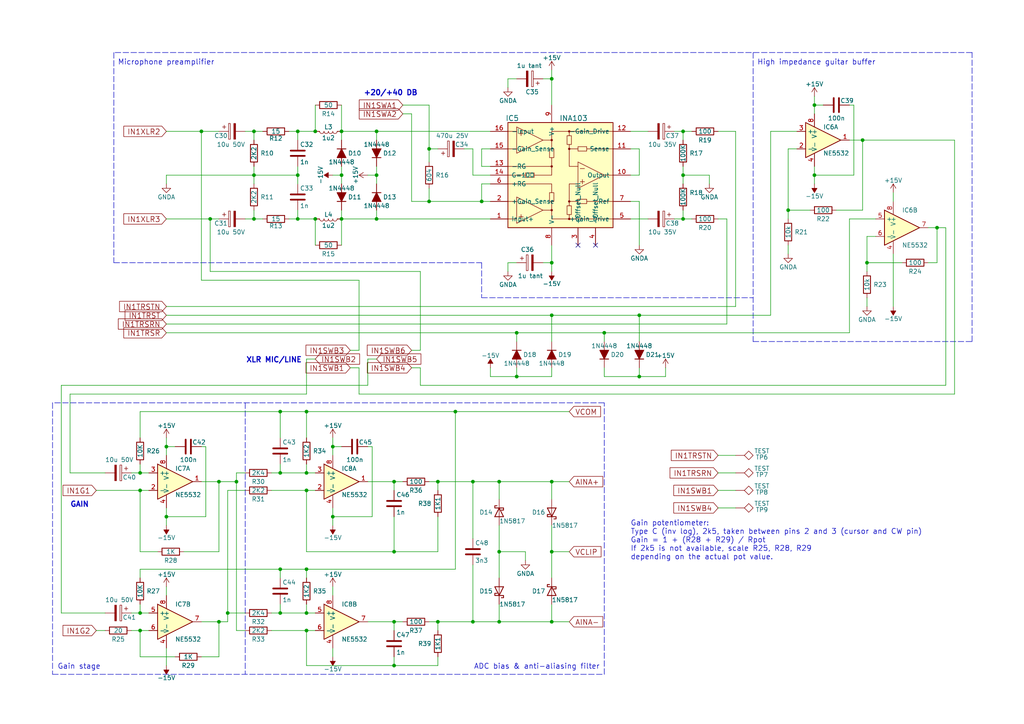
<source format=kicad_sch>
(kicad_sch (version 20211123) (generator eeschema)
  (paper "A4")
  (title_block (title "Pédale Vite v2 — Audio interface") (date "2019-10-28") (company "Laurent DE SORAS"))
  (lib_symbols
    (symbol "Device:C" (pin_numbers hide) (pin_names (offset 0.254))
      (property "Reference" "C" (at 0.635 2.54 0))
      (property "Value" "C" (at 0.635 -2.54 0))
      (symbol "C_1_1"
        (pin passive line (at 0 3.81 270) (length 2.794) (name "~") (number "1"))
        (pin passive line (at 0 -3.81 90) (length 2.794) (name "~") (number "2"))
      )
    )
    (symbol "Device:CP" (pin_numbers hide) (pin_names (offset 0.254))
      (property "Reference" "C" (at 0.635 2.54 0))
      (property "Value" "Device_CP" (at 0.635 -2.54 0))
      (symbol "CP_1_1"
        (pin passive line (at 0 3.81 270) (length 2.794) (name "~") (number "1"))
        (pin passive line (at 0 -3.81 90) (length 2.794) (name "~") (number "2"))
      )
    )
    (symbol "Device:D_ALT" (pin_numbers hide) (pin_names (offset 1.016) hide)
      (property "Reference" "D" (at 0 2.54 0))
      (property "Value" "Device_D_ALT" (at 0 -2.54 0))
      (symbol "D_ALT_1_1"
        (pin passive line (at -3.81 0 0) (length 2.54) (name "K") (number "1"))
        (pin passive line (at 3.81 0 180) (length 2.54) (name "A") (number "2"))
      )
    )
    (symbol "Device:D_Schottky" (pin_numbers hide) (pin_names (offset 1.016) hide)
      (property "Reference" "D" (at 0 2.54 0))
      (property "Value" "D_Schottky" (at 0 -2.54 0))
      (symbol "D_Schottky_1_1"
        (pin passive line (at -3.81 0 0) (length 2.54) (name "K") (number "1"))
        (pin passive line (at 3.81 0 180) (length 2.54) (name "A") (number "2"))
      )
    )
    (symbol "Device:L" (pin_numbers hide) (pin_names (offset 1.016) hide)
      (property "Reference" "L" (at -1.27 0 90))
      (property "Value" "L" (at 1.905 0 90))
      (symbol "L_1_1"
        (pin passive line (at 0 3.81 270) (length 1.27) (name "1") (number "1"))
        (pin passive line (at 0 -3.81 90) (length 1.27) (name "2") (number "2"))
      )
    )
    (symbol "Device:R" (pin_numbers hide) (pin_names (offset 0))
      (property "Reference" "R" (at 2.032 0 90))
      (property "Value" "R" (at 0 0 90))
      (symbol "R_1_1"
        (pin passive line (at 0 3.81 270) (length 1.27) (name "~") (number "1"))
        (pin passive line (at 0 -3.81 90) (length 1.27) (name "~") (number "2"))
      )
    )
    (symbol "audio-board-rescue:TEST" (pin_numbers hide) (pin_names (offset 1.016) hide)
      (property "Reference" "TP" (at 0 7.62 0))
      (property "Value" "TEST" (at 0 6.35 0))
      (symbol "TEST_1_1"
        (pin passive line (at 0 0 90) (length 2.54) (name "~") (number "1"))
      )
    )
    (symbol "linear:NE5532"
      (property "Reference" "U" (at 0 5.08 0))
      (property "Value" "linear_NE5532" (at 0 -5.08 0))
      (symbol "NE5532_0_1"
        (pin power_in line (at -2.54 -7.62 90) (length 3.81) (name "V-") (number "4"))
        (pin power_in line (at -2.54 7.62 270) (length 3.81) (name "V+") (number "8"))
      )
      (symbol "NE5532_1_1"
        (pin output line (at 7.62 0 180) (length 2.54) (name "~") (number "1"))
        (pin input line (at -7.62 -2.54 0) (length 2.54) (name "-") (number "2"))
        (pin input line (at -7.62 2.54 0) (length 2.54) (name "+") (number "3"))
      )
      (symbol "NE5532_2_1"
        (pin input line (at -7.62 2.54 0) (length 2.54) (name "+") (number "5"))
        (pin input line (at -7.62 -2.54 0) (length 2.54) (name "-") (number "6"))
        (pin output line (at 7.62 0 180) (length 2.54) (name "~") (number "7"))
      )
    )
    (symbol "pedalevite:INA103" (pin_names (offset 1.016))
      (property "Reference" "IC" (at -13.97 16.51 0))
      (property "Value" "INA103" (at 3.81 16.51 0))
      (symbol "INA103_1_1"
        (pin input line (at -20.32 -12.7 0) (length 5.08) (name "Input+") (number "1"))
        (pin output line (at 20.32 0 180) (length 5.08) (name "Output") (number "10"))
        (pin input line (at 20.32 7.62 180) (length 5.08) (name "Sense") (number "11"))
        (pin output line (at 20.32 12.7 180) (length 5.08) (name "-Gain_Drive") (number "12"))
        (pin bidirectional line (at -20.32 2.54 0) (length 5.08) (name "-RG") (number "13"))
        (pin bidirectional line (at -20.32 0 0) (length 5.08) (name "G=100") (number "14"))
        (pin input line (at -20.32 7.62 0) (length 5.08) (name "-Gain_Sense") (number "15"))
        (pin input line (at -20.32 12.7 0) (length 5.08) (name "-Input") (number "16"))
        (pin input line (at -20.32 -7.62 0) (length 5.08) (name "+Gain_Sense") (number "2"))
        (pin input line (at 5.08 -20.32 90) (length 5.08) (name "+Offset_Null") (number "3"))
        (pin input line (at 10.16 -20.32 90) (length 5.08) (name "-Offset_Null") (number "4"))
        (pin output line (at 20.32 -12.7 180) (length 5.08) (name "+Gain_Drive") (number "5"))
        (pin bidirectional line (at -20.32 -2.54 0) (length 5.08) (name "+RG") (number "6"))
        (pin input line (at 20.32 -7.62 180) (length 5.08) (name "Ref") (number "7"))
        (pin power_in line (at -2.54 -20.32 90) (length 5.08) (name "V-") (number "8"))
        (pin power_in line (at -2.54 20.32 270) (length 5.08) (name "V+") (number "9"))
      )
    )
    (symbol "power:+15V" (power) (pin_names (offset 0))
      (property "Value" "+15V" (at 0 3.556 0))
      (symbol "+15V_1_1"
        (pin power_in line (at 0 0 90) (length 0) hide (name "+15V") (number "1"))
      )
    )
    (symbol "power:-15V" (power) (pin_names (offset 0))
      (property "Value" "-15V" (at 0 3.81 0))
      (symbol "-15V_0_0"
        (pin power_in line (at 0 0 90) (length 0) hide (name "-15V") (number "1"))
      )
    )
    (symbol "power:GNDA" (power) (pin_names (offset 0))
      (property "Value" "GNDA" (at 0 -3.81 0))
      (symbol "GNDA_1_1"
        (pin power_in line (at 0 0 270) (length 0) hide (name "GNDA") (number "1"))
      )
    )
  )
  (junction (at 236.22 30.48))
  (junction (at 91.44 38.1))
  (junction (at 271.78 66.04))
  (junction (at 114.3 193.04))
  (junction (at 40.64 137.16))
  (junction (at 88.9 137.16))
  (junction (at 251.46 76.2))
  (junction (at 86.36 63.5))
  (junction (at 99.06 50.8))
  (junction (at 81.28 177.8))
  (junction (at 96.52 149.86))
  (junction (at 86.36 50.8))
  (junction (at 185.42 91.44))
  (junction (at 81.28 165.1))
  (junction (at 60.96 63.5))
  (junction (at 132.08 119.38))
  (junction (at 114.3 160.02))
  (junction (at 124.46 43.18))
  (junction (at 198.12 63.5))
  (junction (at 86.36 38.1))
  (junction (at 58.42 38.1))
  (junction (at 96.52 129.54))
  (junction (at 73.66 38.1))
  (junction (at 250.19 40.64))
  (junction (at 114.3 139.7))
  (junction (at 149.86 96.52))
  (junction (at 68.58 139.7))
  (junction (at 109.22 50.8))
  (junction (at 63.5 180.34))
  (junction (at 236.22 50.8))
  (junction (at 99.06 63.5))
  (junction (at 124.46 58.42))
  (junction (at 198.12 50.8))
  (junction (at 81.28 119.38))
  (junction (at 88.9 182.88))
  (junction (at 73.66 63.5))
  (junction (at 139.7 58.42))
  (junction (at 160.02 91.44))
  (junction (at 109.22 63.5))
  (junction (at 127 139.7))
  (junction (at 137.16 139.7))
  (junction (at 88.9 142.24))
  (junction (at 160.02 180.34))
  (junction (at 160.02 22.86))
  (junction (at 48.26 149.86))
  (junction (at 81.28 137.16))
  (junction (at 40.64 142.24))
  (junction (at 114.3 180.34))
  (junction (at 144.78 139.7))
  (junction (at 198.12 38.1))
  (junction (at 88.9 177.8))
  (junction (at 160.02 160.02))
  (junction (at 48.26 129.54))
  (junction (at 137.16 180.34))
  (junction (at 63.5 139.7))
  (junction (at 144.78 180.34))
  (junction (at 127 180.34))
  (junction (at 40.64 177.8))
  (junction (at 149.86 109.22))
  (junction (at 160.02 139.7))
  (junction (at 228.6 60.96))
  (junction (at 88.9 119.38))
  (junction (at 91.44 63.5))
  (junction (at 144.78 160.02))
  (junction (at 109.22 38.1))
  (junction (at 99.06 38.1))
  (junction (at 160.02 76.2))
  (junction (at 185.42 109.22))
  (junction (at 175.26 96.52))
  (junction (at 73.66 50.8))
  (junction (at 66.04 177.8))
  (junction (at 40.64 182.88))
  (junction (at 88.9 165.1))
  (no_connect (at 172.72 71.12))
  (no_connect (at 167.64 71.12))
  (polyline (pts (xy 33.02 15.24) (xy 33.02 76.2)))
  (wire (pts (xy 73.66 38.1) (xy 76.2 38.1)))
  (polyline (pts (xy 281.94 99.06) (xy 281.94 15.24)))
  (wire (pts (xy 40.64 182.88) (xy 43.18 182.88)))
  (wire (pts (xy 66.04 177.8) (xy 66.04 180.34)))
  (wire (pts (xy 101.6 106.68) (xy 104.14 106.68)))
  (wire (pts (xy 144.78 160.02) (xy 152.4 160.02)))
  (wire (pts (xy 48.26 91.44) (xy 160.02 91.44)))
  (wire (pts (xy 119.38 33.02) (xy 116.84 33.02)))
  (wire (pts (xy 40.64 119.38) (xy 81.28 119.38)))
  (wire (pts (xy 276.86 40.64) (xy 276.86 114.3)))
  (wire (pts (xy 198.12 50.8) (xy 205.74 50.8)))
  (wire (pts (xy 104.14 101.6) (xy 101.6 101.6)))
  (wire (pts (xy 114.3 160.02) (xy 127 160.02)))
  (wire (pts (xy 250.19 60.96) (xy 250.19 40.64)))
  (wire (pts (xy 88.9 114.3) (xy 20.32 114.3)))
  (wire (pts (xy 144.78 160.02) (xy 144.78 167.64)))
  (wire (pts (xy 106.68 180.34) (xy 114.3 180.34)))
  (wire (pts (xy 205.74 50.8) (xy 205.74 53.34)))
  (wire (pts (xy 88.9 177.8) (xy 91.44 177.8)))
  (wire (pts (xy 48.26 147.32) (xy 48.26 149.86)))
  (wire (pts (xy 99.06 38.1) (xy 109.22 38.1)))
  (wire (pts (xy 96.52 129.54) (xy 96.52 132.08)))
  (wire (pts (xy 109.22 48.26) (xy 109.22 50.8)))
  (wire (pts (xy 182.88 63.5) (xy 187.96 63.5)))
  (wire (pts (xy 88.9 182.88) (xy 88.9 193.04)))
  (wire (pts (xy 213.36 88.9) (xy 48.26 88.9)))
  (polyline (pts (xy 33.02 76.2) (xy 139.7 76.2)))
  (wire (pts (xy 99.06 63.5) (xy 109.22 63.5)))
  (wire (pts (xy 144.78 152.4) (xy 144.78 160.02)))
  (wire (pts (xy 48.26 63.5) (xy 60.96 63.5)))
  (wire (pts (xy 198.12 48.26) (xy 198.12 50.8)))
  (wire (pts (xy 86.36 38.1) (xy 91.44 38.1)))
  (wire (pts (xy 236.22 30.48) (xy 236.22 33.02)))
  (wire (pts (xy 121.92 78.74) (xy 121.92 101.6)))
  (wire (pts (xy 223.52 91.44) (xy 223.52 38.1)))
  (wire (pts (xy 58.42 129.54) (xy 59.69 129.54)))
  (wire (pts (xy 246.38 96.52) (xy 246.38 63.5)))
  (wire (pts (xy 198.12 40.64) (xy 198.12 38.1)))
  (wire (pts (xy 149.86 96.52) (xy 175.26 96.52)))
  (wire (pts (xy 50.8 129.54) (xy 48.26 129.54)))
  (wire (pts (xy 40.64 175.26) (xy 40.64 177.8)))
  (wire (pts (xy 160.02 160.02) (xy 160.02 167.64)))
  (wire (pts (xy 250.19 40.64) (xy 276.86 40.64)))
  (polyline (pts (xy 15.24 195.58) (xy 175.26 195.58)))
  (wire (pts (xy 160.02 22.86) (xy 160.02 30.48)))
  (wire (pts (xy 63.5 190.5) (xy 58.42 190.5)))
  (wire (pts (xy 88.9 104.14) (xy 88.9 114.3)))
  (wire (pts (xy 152.4 160.02) (xy 152.4 162.56)))
  (wire (pts (xy 228.6 43.18) (xy 228.6 60.96)))
  (wire (pts (xy 63.5 180.34) (xy 63.5 190.5)))
  (wire (pts (xy 251.46 76.2) (xy 251.46 78.74)))
  (wire (pts (xy 78.74 182.88) (xy 88.9 182.88)))
  (wire (pts (xy 144.78 180.34) (xy 160.02 180.34)))
  (wire (pts (xy 195.58 38.1) (xy 198.12 38.1)))
  (wire (pts (xy 116.84 30.48) (xy 124.46 30.48)))
  (wire (pts (xy 160.02 20.32) (xy 160.02 22.86)))
  (wire (pts (xy 137.16 50.8) (xy 137.16 43.18)))
  (wire (pts (xy 119.38 58.42) (xy 124.46 58.42)))
  (wire (pts (xy 193.04 109.22) (xy 193.04 106.68)))
  (wire (pts (xy 274.32 66.04) (xy 274.32 111.76)))
  (wire (pts (xy 160.02 99.06) (xy 160.02 91.44)))
  (wire (pts (xy 139.7 43.18) (xy 139.7 48.26)))
  (wire (pts (xy 109.22 50.8) (xy 109.22 53.34)))
  (wire (pts (xy 182.88 38.1) (xy 187.96 38.1)))
  (wire (pts (xy 114.3 193.04) (xy 114.3 190.5)))
  (wire (pts (xy 86.36 63.5) (xy 86.36 60.96)))
  (wire (pts (xy 50.8 190.5) (xy 40.64 190.5)))
  (wire (pts (xy 247.65 50.8) (xy 236.22 50.8)))
  (wire (pts (xy 247.65 30.48) (xy 247.65 50.8)))
  (wire (pts (xy 86.36 48.26) (xy 86.36 50.8)))
  (wire (pts (xy 106.68 139.7) (xy 114.3 139.7)))
  (wire (pts (xy 99.06 60.96) (xy 99.06 63.5)))
  (wire (pts (xy 208.28 63.5) (xy 210.82 63.5)))
  (wire (pts (xy 88.9 165.1) (xy 132.08 165.1)))
  (wire (pts (xy 83.82 38.1) (xy 86.36 38.1)))
  (wire (pts (xy 40.64 190.5) (xy 40.64 182.88)))
  (wire (pts (xy 58.42 81.28) (xy 104.14 81.28)))
  (wire (pts (xy 78.74 177.8) (xy 81.28 177.8)))
  (wire (pts (xy 88.9 142.24) (xy 91.44 142.24)))
  (wire (pts (xy 66.04 180.34) (xy 63.5 180.34)))
  (wire (pts (xy 81.28 119.38) (xy 88.9 119.38)))
  (wire (pts (xy 182.88 58.42) (xy 185.42 58.42)))
  (wire (pts (xy 147.32 22.86) (xy 147.32 25.4)))
  (wire (pts (xy 68.58 137.16) (xy 71.12 137.16)))
  (wire (pts (xy 246.38 30.48) (xy 247.65 30.48)))
  (wire (pts (xy 127 139.7) (xy 137.16 139.7)))
  (wire (pts (xy 124.46 30.48) (xy 124.46 43.18)))
  (wire (pts (xy 58.42 38.1) (xy 63.5 38.1)))
  (wire (pts (xy 88.9 127) (xy 88.9 119.38)))
  (wire (pts (xy 104.14 114.3) (xy 276.86 114.3)))
  (wire (pts (xy 185.42 50.8) (xy 182.88 50.8)))
  (wire (pts (xy 73.66 50.8) (xy 86.36 50.8)))
  (wire (pts (xy 86.36 50.8) (xy 86.36 53.34)))
  (wire (pts (xy 88.9 167.64) (xy 88.9 165.1)))
  (wire (pts (xy 59.69 129.54) (xy 59.69 149.86)))
  (wire (pts (xy 185.42 106.68) (xy 185.42 109.22)))
  (wire (pts (xy 142.24 43.18) (xy 139.7 43.18)))
  (wire (pts (xy 127 193.04) (xy 127 190.5)))
  (wire (pts (xy 71.12 142.24) (xy 66.04 142.24)))
  (wire (pts (xy 40.64 165.1) (xy 40.64 167.64)))
  (wire (pts (xy 20.32 137.16) (xy 30.48 137.16)))
  (wire (pts (xy 185.42 43.18) (xy 185.42 50.8)))
  (wire (pts (xy 144.78 139.7) (xy 160.02 139.7)))
  (wire (pts (xy 48.26 170.18) (xy 48.26 172.72)))
  (wire (pts (xy 38.1 182.88) (xy 40.64 182.88)))
  (wire (pts (xy 99.06 48.26) (xy 99.06 50.8)))
  (wire (pts (xy 142.24 53.34) (xy 139.7 53.34)))
  (wire (pts (xy 99.06 50.8) (xy 96.52 50.8)))
  (wire (pts (xy 81.28 134.62) (xy 81.28 137.16)))
  (wire (pts (xy 223.52 38.1) (xy 231.14 38.1)))
  (wire (pts (xy 160.02 76.2) (xy 157.48 76.2)))
  (wire (pts (xy 139.7 53.34) (xy 139.7 58.42)))
  (wire (pts (xy 137.16 139.7) (xy 144.78 139.7)))
  (wire (pts (xy 160.02 152.4) (xy 160.02 160.02)))
  (wire (pts (xy 139.7 58.42) (xy 142.24 58.42)))
  (wire (pts (xy 269.24 76.2) (xy 271.78 76.2)))
  (wire (pts (xy 124.46 58.42) (xy 124.46 54.61)))
  (wire (pts (xy 109.22 50.8) (xy 106.68 50.8)))
  (wire (pts (xy 160.02 109.22) (xy 160.02 106.68)))
  (wire (pts (xy 142.24 109.22) (xy 149.86 109.22)))
  (wire (pts (xy 27.94 142.24) (xy 40.64 142.24)))
  (wire (pts (xy 40.64 177.8) (xy 43.18 177.8)))
  (wire (pts (xy 144.78 144.78) (xy 144.78 139.7)))
  (wire (pts (xy 81.28 127) (xy 81.28 119.38)))
  (wire (pts (xy 71.12 38.1) (xy 73.66 38.1)))
  (wire (pts (xy 142.24 50.8) (xy 137.16 50.8)))
  (wire (pts (xy 160.02 160.02) (xy 165.1 160.02)))
  (wire (pts (xy 213.36 38.1) (xy 213.36 88.9)))
  (polyline (pts (xy 175.26 195.58) (xy 175.26 116.84)))
  (wire (pts (xy 149.86 76.2) (xy 147.32 76.2)))
  (wire (pts (xy 236.22 27.94) (xy 236.22 30.48)))
  (wire (pts (xy 40.64 160.02) (xy 45.72 160.02)))
  (wire (pts (xy 88.9 160.02) (xy 114.3 160.02)))
  (wire (pts (xy 48.26 149.86) (xy 48.26 152.4)))
  (wire (pts (xy 88.9 182.88) (xy 91.44 182.88)))
  (wire (pts (xy 68.58 139.7) (xy 68.58 182.88)))
  (wire (pts (xy 160.02 139.7) (xy 165.1 139.7)))
  (wire (pts (xy 40.64 142.24) (xy 40.64 160.02)))
  (wire (pts (xy 185.42 91.44) (xy 223.52 91.44)))
  (wire (pts (xy 96.52 170.18) (xy 96.52 172.72)))
  (wire (pts (xy 66.04 177.8) (xy 71.12 177.8)))
  (wire (pts (xy 121.92 106.68) (xy 121.92 111.76)))
  (wire (pts (xy 213.36 137.16) (xy 208.28 137.16)))
  (wire (pts (xy 17.78 111.76) (xy 17.78 177.8)))
  (wire (pts (xy 78.74 137.16) (xy 81.28 137.16)))
  (wire (pts (xy 182.88 43.18) (xy 185.42 43.18)))
  (wire (pts (xy 107.95 149.86) (xy 96.52 149.86)))
  (wire (pts (xy 106.68 104.14) (xy 106.68 111.76)))
  (wire (pts (xy 228.6 60.96) (xy 228.6 63.5)))
  (wire (pts (xy 144.78 175.26) (xy 144.78 180.34)))
  (wire (pts (xy 114.3 182.88) (xy 114.3 180.34)))
  (wire (pts (xy 96.52 127) (xy 96.52 129.54)))
  (polyline (pts (xy 218.44 15.24) (xy 218.44 99.06)))
  (wire (pts (xy 114.3 180.34) (xy 116.84 180.34)))
  (wire (pts (xy 114.3 160.02) (xy 114.3 149.86)))
  (wire (pts (xy 40.64 119.38) (xy 40.64 127)))
  (wire (pts (xy 88.9 193.04) (xy 114.3 193.04)))
  (wire (pts (xy 60.96 63.5) (xy 63.5 63.5)))
  (wire (pts (xy 73.66 63.5) (xy 76.2 63.5)))
  (wire (pts (xy 208.28 132.08) (xy 213.36 132.08)))
  (wire (pts (xy 48.26 53.34) (xy 48.26 50.8)))
  (wire (pts (xy 107.95 129.54) (xy 107.95 149.86)))
  (wire (pts (xy 96.52 147.32) (xy 96.52 149.86)))
  (polyline (pts (xy 139.7 86.36) (xy 218.44 86.36)))
  (wire (pts (xy 119.38 106.68) (xy 121.92 106.68)))
  (wire (pts (xy 195.58 63.5) (xy 198.12 63.5)))
  (wire (pts (xy 127 43.18) (xy 124.46 43.18)))
  (wire (pts (xy 73.66 60.96) (xy 73.66 63.5)))
  (wire (pts (xy 59.69 149.86) (xy 48.26 149.86)))
  (wire (pts (xy 137.16 180.34) (xy 144.78 180.34)))
  (wire (pts (xy 185.42 109.22) (xy 193.04 109.22)))
  (wire (pts (xy 48.26 127) (xy 48.26 129.54)))
  (wire (pts (xy 109.22 60.96) (xy 109.22 63.5)))
  (wire (pts (xy 137.16 180.34) (xy 137.16 163.83)))
  (wire (pts (xy 246.38 40.64) (xy 250.19 40.64)))
  (wire (pts (xy 213.36 147.32) (xy 208.28 147.32)))
  (wire (pts (xy 132.08 119.38) (xy 165.1 119.38)))
  (wire (pts (xy 127 160.02) (xy 127 149.86)))
  (wire (pts (xy 114.3 139.7) (xy 116.84 139.7)))
  (wire (pts (xy 208.28 38.1) (xy 213.36 38.1)))
  (wire (pts (xy 271.78 76.2) (xy 271.78 66.04)))
  (wire (pts (xy 149.86 109.22) (xy 149.86 106.68)))
  (wire (pts (xy 149.86 99.06) (xy 149.86 96.52)))
  (wire (pts (xy 106.68 129.54) (xy 107.95 129.54)))
  (wire (pts (xy 251.46 76.2) (xy 261.62 76.2)))
  (wire (pts (xy 142.24 106.68) (xy 142.24 109.22)))
  (polyline (pts (xy 281.94 15.24) (xy 33.02 15.24)))
  (wire (pts (xy 91.44 63.5) (xy 91.44 71.12)))
  (polyline (pts (xy 15.24 116.84) (xy 15.24 195.58)))
  (wire (pts (xy 198.12 38.1) (xy 200.66 38.1)))
  (wire (pts (xy 63.5 180.34) (xy 58.42 180.34)))
  (wire (pts (xy 160.02 175.26) (xy 160.02 180.34)))
  (wire (pts (xy 88.9 137.16) (xy 88.9 134.62)))
  (wire (pts (xy 121.92 101.6) (xy 119.38 101.6)))
  (wire (pts (xy 269.24 66.04) (xy 271.78 66.04)))
  (wire (pts (xy 88.9 119.38) (xy 132.08 119.38)))
  (wire (pts (xy 48.26 38.1) (xy 58.42 38.1)))
  (wire (pts (xy 246.38 63.5) (xy 254 63.5)))
  (wire (pts (xy 88.9 177.8) (xy 88.9 175.26)))
  (wire (pts (xy 228.6 60.96) (xy 234.95 60.96)))
  (wire (pts (xy 132.08 165.1) (xy 132.08 119.38)))
  (wire (pts (xy 40.64 137.16) (xy 43.18 137.16)))
  (wire (pts (xy 251.46 88.9) (xy 251.46 86.36)))
  (wire (pts (xy 40.64 134.62) (xy 40.64 137.16)))
  (wire (pts (xy 149.86 109.22) (xy 160.02 109.22)))
  (wire (pts (xy 124.46 58.42) (xy 139.7 58.42)))
  (wire (pts (xy 60.96 78.74) (xy 60.96 63.5)))
  (wire (pts (xy 58.42 38.1) (xy 58.42 81.28)))
  (wire (pts (xy 124.46 139.7) (xy 127 139.7)))
  (wire (pts (xy 68.58 182.88) (xy 71.12 182.88)))
  (wire (pts (xy 210.82 93.98) (xy 48.26 93.98)))
  (wire (pts (xy 175.26 106.68) (xy 175.26 109.22)))
  (wire (pts (xy 109.22 40.64) (xy 109.22 38.1)))
  (wire (pts (xy 149.86 22.86) (xy 147.32 22.86)))
  (wire (pts (xy 86.36 63.5) (xy 91.44 63.5)))
  (wire (pts (xy 175.26 109.22) (xy 185.42 109.22)))
  (wire (pts (xy 91.44 104.14) (xy 88.9 104.14)))
  (wire (pts (xy 160.02 71.12) (xy 160.02 76.2)))
  (wire (pts (xy 48.26 129.54) (xy 48.26 132.08)))
  (wire (pts (xy 160.02 180.34) (xy 165.1 180.34)))
  (wire (pts (xy 104.14 106.68) (xy 104.14 114.3)))
  (wire (pts (xy 38.1 177.8) (xy 40.64 177.8)))
  (wire (pts (xy 40.64 142.24) (xy 43.18 142.24)))
  (wire (pts (xy 68.58 137.16) (xy 68.58 139.7)))
  (wire (pts (xy 114.3 193.04) (xy 127 193.04)))
  (wire (pts (xy 147.32 76.2) (xy 147.32 78.74)))
  (wire (pts (xy 127 180.34) (xy 137.16 180.34)))
  (wire (pts (xy 96.52 149.86) (xy 96.52 152.4)))
  (wire (pts (xy 91.44 38.1) (xy 91.44 30.48)))
  (wire (pts (xy 175.26 99.06) (xy 175.26 96.52)))
  (polyline (pts (xy 175.26 116.84) (xy 15.24 116.84)))
  (wire (pts (xy 210.82 63.5) (xy 210.82 93.98)))
  (wire (pts (xy 96.52 187.96) (xy 96.52 190.5)))
  (wire (pts (xy 88.9 137.16) (xy 91.44 137.16)))
  (wire (pts (xy 81.28 137.16) (xy 88.9 137.16)))
  (wire (pts (xy 109.22 63.5) (xy 142.24 63.5)))
  (wire (pts (xy 160.02 91.44) (xy 185.42 91.44)))
  (wire (pts (xy 185.42 58.42) (xy 185.42 71.12)))
  (wire (pts (xy 58.42 139.7) (xy 63.5 139.7)))
  (wire (pts (xy 242.57 60.96) (xy 250.19 60.96)))
  (wire (pts (xy 236.22 48.26) (xy 236.22 50.8)))
  (polyline (pts (xy 218.44 99.06) (xy 281.94 99.06)))
  (wire (pts (xy 40.64 165.1) (xy 81.28 165.1)))
  (wire (pts (xy 254 68.58) (xy 251.46 68.58)))
  (wire (pts (xy 259.08 55.88) (xy 259.08 58.42)))
  (wire (pts (xy 99.06 30.48) (xy 99.06 38.1)))
  (wire (pts (xy 137.16 43.18) (xy 134.62 43.18)))
  (wire (pts (xy 198.12 63.5) (xy 198.12 60.96)))
  (wire (pts (xy 73.66 40.64) (xy 73.66 38.1)))
  (wire (pts (xy 17.78 177.8) (xy 30.48 177.8)))
  (wire (pts (xy 231.14 43.18) (xy 228.6 43.18)))
  (wire (pts (xy 63.5 139.7) (xy 63.5 160.02)))
  (wire (pts (xy 73.66 50.8) (xy 73.66 53.34)))
  (wire (pts (xy 71.12 63.5) (xy 73.66 63.5)))
  (wire (pts (xy 99.06 63.5) (xy 99.06 71.12)))
  (wire (pts (xy 238.76 30.48) (xy 236.22 30.48)))
  (wire (pts (xy 228.6 73.66) (xy 228.6 71.12)))
  (wire (pts (xy 124.46 43.18) (xy 124.46 46.99)))
  (wire (pts (xy 139.7 48.26) (xy 142.24 48.26)))
  (wire (pts (xy 86.36 38.1) (xy 86.36 40.64)))
  (wire (pts (xy 251.46 68.58) (xy 251.46 76.2)))
  (wire (pts (xy 60.96 78.74) (xy 121.92 78.74)))
  (wire (pts (xy 66.04 142.24) (xy 66.04 177.8)))
  (wire (pts (xy 127 139.7) (xy 127 142.24)))
  (wire (pts (xy 127 180.34) (xy 127 182.88)))
  (wire (pts (xy 63.5 139.7) (xy 68.58 139.7)))
  (wire (pts (xy 48.26 187.96) (xy 48.26 193.04)))
  (wire (pts (xy 83.82 63.5) (xy 86.36 63.5)))
  (wire (pts (xy 160.02 76.2) (xy 160.02 78.74)))
  (wire (pts (xy 160.02 144.78) (xy 160.02 139.7)))
  (wire (pts (xy 38.1 137.16) (xy 40.64 137.16)))
  (wire (pts (xy 109.22 104.14) (xy 106.68 104.14)))
  (wire (pts (xy 109.22 38.1) (xy 142.24 38.1)))
  (wire (pts (xy 81.28 177.8) (xy 88.9 177.8)))
  (wire (pts (xy 78.74 142.24) (xy 88.9 142.24)))
  (wire (pts (xy 106.68 111.76) (xy 17.78 111.76)))
  (wire (pts (xy 88.9 142.24) (xy 88.9 160.02)))
  (polyline (pts (xy 71.12 116.84) (xy 71.12 195.58)))
  (wire (pts (xy 104.14 81.28) (xy 104.14 101.6)))
  (wire (pts (xy 99.06 129.54) (xy 96.52 129.54)))
  (wire (pts (xy 48.26 50.8) (xy 73.66 50.8)))
  (wire (pts (xy 157.48 22.86) (xy 160.02 22.86)))
  (wire (pts (xy 99.06 38.1) (xy 99.06 40.64)))
  (wire (pts (xy 99.06 50.8) (xy 99.06 53.34)))
  (wire (pts (xy 81.28 167.64) (xy 81.28 165.1)))
  (wire (pts (xy 208.28 142.24) (xy 213.36 142.24)))
  (wire (pts (xy 20.32 114.3) (xy 20.32 137.16)))
  (wire (pts (xy 48.26 96.52) (xy 149.86 96.52)))
  (wire (pts (xy 27.94 182.88) (xy 30.48 182.88)))
  (wire (pts (xy 121.92 111.76) (xy 274.32 111.76)))
  (wire (pts (xy 63.5 160.02) (xy 53.34 160.02)))
  (wire (pts (xy 259.08 73.66) (xy 259.08 88.9)))
  (wire (pts (xy 119.38 58.42) (xy 119.38 33.02)))
  (wire (pts (xy 124.46 180.34) (xy 127 180.34)))
  (wire (pts (xy 81.28 165.1) (xy 88.9 165.1)))
  (wire (pts (xy 114.3 142.24) (xy 114.3 139.7)))
  (wire (pts (xy 185.42 99.06) (xy 185.42 91.44)))
  (wire (pts (xy 81.28 175.26) (xy 81.28 177.8)))
  (polyline (pts (xy 139.7 76.2) (xy 139.7 86.36)))
  (wire (pts (xy 236.22 50.8) (xy 236.22 53.34)))
  (wire (pts (xy 271.78 66.04) (xy 274.32 66.04)))
  (wire (pts (xy 198.12 50.8) (xy 198.12 53.34)))
  (wire (pts (xy 137.16 139.7) (xy 137.16 156.21)))
  (wire (pts (xy 198.12 63.5) (xy 200.66 63.5)))
  (wire (pts (xy 73.66 48.26) (xy 73.66 50.8)))
  (wire (pts (xy 175.26 96.52) (xy 246.38 96.52)))
  (text "High impedance guitar buffer" (at 254 19.05 180) (effects (font (size 1.524 1.524)) (justify right bottom)))
  (text "Gain stage" (at 29.21 194.31 180) (effects (font (size 1.524 1.524)) (justify right bottom)))
  (text "+20/+40 DB" (at 105.41 27.94 0) (effects (font (size 1.524 1.524) (thickness 0.3048) bold) (justify left bottom)))
  (text "XLR MIC/LINE" (at 87.63 105.41 180) (effects (font (size 1.524 1.524) (thickness 0.3048) bold) (justify right bottom)))
  (text "Gain potentiometer:\nType C (inv log), 2k5, taken between pins 2 and 3 (cursor and CW pin)\nGain = 1 + (R28 + R29) / Rpot\nIf 2k5 is not available, scale R25, R28, R29\ndepending on the actual pot value." (at 182.88 162.56 0) (effects (font (size 1.524 1.524)) (justify left bottom)))
  (text "Microphone preamplifier" (at 62.23 19.05 180) (effects (font (size 1.524 1.524)) (justify right bottom)))
  (text "ADC bias & anti-aliasing filter" (at 173.99 194.31 180) (effects (font (size 1.524 1.524)) (justify right bottom)))
  (text "GAIN" (at 20.32 147.32 0) (effects (font (size 1.524 1.524) (thickness 0.3048) bold) (justify left bottom)))
  (global_label "IN1SWA2" (shape input) (at 116.84 33.02 180) (effects (font (size 1.524 1.524))) (property "Intersheet References" "${INTERSHEET_REFS}" (effects hide)))
  (global_label "IN1SWB1" (shape input) (at 208.28 142.24 180) (effects (font (size 1.524 1.524))) (property "Intersheet References" "${INTERSHEET_REFS}" (effects hide)))
  (global_label "IN1SWB5" (shape input) (at 109.22 104.14 0) (effects (font (size 1.524 1.524))) (property "Intersheet References" "${INTERSHEET_REFS}" (effects hide)))
  (global_label "IN1TRSTN" (shape input) (at 208.28 132.08 180) (effects (font (size 1.524 1.524))) (property "Intersheet References" "${INTERSHEET_REFS}" (effects hide)))
  (global_label "IN1SWA1" (shape input) (at 116.84 30.48 180) (effects (font (size 1.524 1.524))) (property "Intersheet References" "${INTERSHEET_REFS}" (effects hide)))
  (global_label "IN1TRSRN" (shape input) (at 48.26 93.98 180) (effects (font (size 1.524 1.524))) (property "Intersheet References" "${INTERSHEET_REFS}" (effects hide)))
  (global_label "IN1SWB4" (shape input) (at 208.28 147.32 180) (effects (font (size 1.524 1.524))) (property "Intersheet References" "${INTERSHEET_REFS}" (effects hide)))
  (global_label "IN1TRSTN" (shape input) (at 48.26 88.9 180) (effects (font (size 1.524 1.524))) (property "Intersheet References" "${INTERSHEET_REFS}" (effects hide)))
  (global_label "IN1TRSRN" (shape input) (at 208.28 137.16 180) (effects (font (size 1.524 1.524))) (property "Intersheet References" "${INTERSHEET_REFS}" (effects hide)))
  (global_label "AINA+" (shape input) (at 165.1 139.7 0) (effects (font (size 1.524 1.524))) (property "Intersheet References" "${INTERSHEET_REFS}" (effects hide)))
  (global_label "IN1SWB3" (shape input) (at 101.6 101.6 180) (effects (font (size 1.524 1.524))) (property "Intersheet References" "${INTERSHEET_REFS}" (effects hide)))
  (global_label "AINA-" (shape input) (at 165.1 180.34 0) (effects (font (size 1.524 1.524))) (property "Intersheet References" "${INTERSHEET_REFS}" (effects hide)))
  (global_label "VCOM" (shape input) (at 165.1 119.38 0) (effects (font (size 1.524 1.524))) (property "Intersheet References" "${INTERSHEET_REFS}" (effects hide)))
  (global_label "VCLIP" (shape input) (at 165.1 160.02 0) (effects (font (size 1.524 1.524))) (property "Intersheet References" "${INTERSHEET_REFS}" (effects hide)))
  (global_label "IN1TRST" (shape input) (at 48.26 91.44 180) (effects (font (size 1.524 1.524))) (property "Intersheet References" "${INTERSHEET_REFS}" (effects hide)))
  (global_label "IN1G1" (shape input) (at 27.94 142.24 180) (effects (font (size 1.524 1.524))) (property "Intersheet References" "${INTERSHEET_REFS}" (effects hide)))
  (global_label "IN1SWB4" (shape input) (at 119.38 106.68 180) (effects (font (size 1.524 1.524))) (property "Intersheet References" "${INTERSHEET_REFS}" (effects hide)))
  (global_label "IN1TRSR" (shape input) (at 48.26 96.52 180) (effects (font (size 1.524 1.524))) (property "Intersheet References" "${INTERSHEET_REFS}" (effects hide)))
  (global_label "IN1SWB2" (shape input) (at 91.44 104.14 0) (effects (font (size 1.524 1.524))) (property "Intersheet References" "${INTERSHEET_REFS}" (effects hide)))
  (global_label "IN1SWB6" (shape input) (at 119.38 101.6 180) (effects (font (size 1.524 1.524))) (property "Intersheet References" "${INTERSHEET_REFS}" (effects hide)))
  (global_label "IN1XLR2" (shape input) (at 48.26 38.1 180) (effects (font (size 1.524 1.524))) (property "Intersheet References" "${INTERSHEET_REFS}" (effects hide)))
  (global_label "IN1XLR3" (shape input) (at 48.26 63.5 180) (effects (font (size 1.524 1.524))) (property "Intersheet References" "${INTERSHEET_REFS}" (effects hide)))
  (global_label "IN1SWB1" (shape input) (at 101.6 106.68 180) (effects (font (size 1.524 1.524))) (property "Intersheet References" "${INTERSHEET_REFS}" (effects hide)))
  (global_label "IN1G2" (shape input) (at 27.94 182.88 180) (effects (font (size 1.524 1.524))) (property "Intersheet References" "${INTERSHEET_REFS}" (effects hide)))
  (symbol (lib_id "Device:CP") (at 34.29 177.8 270) (unit 1)
    (property "Reference" "C41" (at 35.56 179.07 90) (effects (justify left)))
    (property "Value" "10u 50V" (at 30.48 173.99 90) (effects (justify left)))
    (property "Footprint" "Capacitors_THT:CP_Radial_D8.0mm_P3.50mm" (effects hide))
  )
  (symbol (lib_id "Device:CP") (at 67.31 38.1 90) (mirror x) (unit 1)
    (property "Reference" "C30" (at 66.04 39.37 90) (effects (justify left)))
    (property "Value" "10u 50V" (at 71.12 41.91 90) (effects (justify left)))
    (property "Footprint" "Capacitors_THT:CP_Radial_D8.0mm_P3.50mm" (effects hide))
  )
  (symbol (lib_id "Device:R") (at 73.66 44.45 0) (unit 1)
    (property "Reference" "R10" (at 77.47 44.45 0))
    (property "Value" "2K2" (at 73.66 44.45 90))
    (property "Footprint" "Resistors_THT:R_Axial_DIN0207_L6.3mm_D2.5mm_P7.62mm_Horizontal" (effects hide))
  )
  (symbol (lib_id "Device:R") (at 73.66 57.15 0) (unit 1)
    (property "Reference" "R11" (at 77.47 57.15 0))
    (property "Value" "2K2" (at 73.66 57.15 90))
    (property "Footprint" "Resistors_THT:R_Axial_DIN0207_L6.3mm_D2.5mm_P7.62mm_Horizontal" (effects hide))
  )
  (symbol (lib_id "Device:CP") (at 67.31 63.5 90) (mirror x) (unit 1)
    (property "Reference" "C31" (at 66.04 64.77 90) (effects (justify left)))
    (property "Value" "10u 50V" (at 71.12 67.31 90) (effects (justify left)))
    (property "Footprint" "Capacitors_THT:CP_Radial_D8.0mm_P3.50mm" (effects hide))
  )
  (symbol (lib_id "Device:R") (at 80.01 38.1 270) (unit 1)
    (property "Reference" "R12" (at 80.01 40.132 90))
    (property "Value" "15" (at 80.01 38.1 90))
    (property "Footprint" "Resistors_THT:R_Axial_DIN0207_L6.3mm_D2.5mm_P7.62mm_Horizontal" (effects hide))
  )
  (symbol (lib_id "Device:R") (at 80.01 63.5 270) (unit 1)
    (property "Reference" "R13" (at 80.01 65.532 90))
    (property "Value" "15" (at 80.01 63.5 90))
    (property "Footprint" "Resistors_THT:R_Axial_DIN0207_L6.3mm_D2.5mm_P7.62mm_Horizontal" (effects hide))
  )
  (symbol (lib_id "Device:R") (at 95.25 30.48 270) (unit 1)
    (property "Reference" "R14" (at 95.25 33.02 90))
    (property "Value" "50" (at 95.25 30.48 90))
    (property "Footprint" "Resistors_THT:R_Axial_DIN0207_L6.3mm_D2.5mm_P7.62mm_Horizontal" (effects hide))
  )
  (symbol (lib_id "Device:L") (at 95.25 38.1 270) (unit 1)
    (property "Reference" "L3" (at 95.25 36.83 90))
    (property "Value" "1u2" (at 95.25 40.005 90))
    (property "Footprint" "Resistors_THT:R_Axial_DIN0309_L9.0mm_D3.2mm_P5.08mm_Vertical" (effects hide))
  )
  (symbol (lib_id "Device:R") (at 95.25 71.12 270) (unit 1)
    (property "Reference" "R15" (at 95.25 73.66 90))
    (property "Value" "50" (at 95.25 71.12 90))
    (property "Footprint" "Resistors_THT:R_Axial_DIN0207_L6.3mm_D2.5mm_P7.62mm_Horizontal" (effects hide))
  )
  (symbol (lib_id "Device:L") (at 95.25 63.5 270) (unit 1)
    (property "Reference" "L4" (at 95.25 62.23 90))
    (property "Value" "1u2" (at 95.25 65.405 90))
    (property "Footprint" "Resistors_THT:R_Axial_DIN0309_L9.0mm_D3.2mm_P5.08mm_Vertical" (effects hide))
  )
  (symbol (lib_id "pedalevite:INA103") (at 162.56 50.8 0) (unit 1)
    (property "Reference" "IC5" (at 148.59 34.29 0) (effects (font (size 1.524 1.524))))
    (property "Value" "INA103" (at 166.37 34.29 0) (effects (font (size 1.524 1.524))))
    (property "Footprint" "Housings_DIP:DIP-16_W7.62mm_Socket" (effects hide))
  )
  (symbol (lib_id "Device:R") (at 124.46 50.8 0) (unit 1)
    (property "Reference" "R16" (at 128.27 50.8 0))
    (property "Value" "604" (at 124.46 50.8 90))
    (property "Footprint" "Resistors_THT:R_Axial_DIN0207_L6.3mm_D2.5mm_P7.62mm_Horizontal" (effects hide))
  )
  (symbol (lib_id "Device:CP") (at 130.81 43.18 90) (unit 1)
    (property "Reference" "C34" (at 135.89 41.91 90) (effects (justify left)))
    (property "Value" "470u 25V" (at 135.89 39.37 90) (effects (justify left)))
    (property "Footprint" "Capacitors_THT:CP_Radial_D10.0mm_P5.00mm" (effects hide))
  )
  (symbol (lib_id "Device:CP") (at 191.77 38.1 270) (unit 1)
    (property "Reference" "C37" (at 193.04 39.37 90) (effects (justify left)))
    (property "Value" "10u 35V" (at 187.96 41.91 90) (effects (justify left)))
    (property "Footprint" "Capacitors_THT:CP_Radial_D5.0mm_P2.00mm" (effects hide))
  )
  (symbol (lib_id "Device:CP") (at 191.77 63.5 270) (unit 1)
    (property "Reference" "C38" (at 193.04 64.77 90) (effects (justify left)))
    (property "Value" "10u 35V" (at 187.96 67.31 90) (effects (justify left)))
    (property "Footprint" "Capacitors_THT:CP_Radial_D5.0mm_P2.00mm" (effects hide))
  )
  (symbol (lib_id "power:GNDA") (at 185.42 71.12 0) (unit 1)
    (property "Reference" "#PWR018" (effects hide))
    (property "Value" "GNDA" (at 185.42 74.93 0))
  )
  (symbol (lib_id "Device:R") (at 204.47 38.1 270) (unit 1)
    (property "Reference" "R19" (at 204.47 40.64 90))
    (property "Value" "100" (at 204.47 38.1 90))
    (property "Footprint" "Resistors_THT:R_Axial_DIN0207_L6.3mm_D2.5mm_P7.62mm_Horizontal" (effects hide))
  )
  (symbol (lib_id "Device:R") (at 204.47 63.5 270) (unit 1)
    (property "Reference" "R20" (at 204.47 66.04 90))
    (property "Value" "100" (at 204.47 63.5 90))
    (property "Footprint" "Resistors_THT:R_Axial_DIN0207_L6.3mm_D2.5mm_P7.62mm_Horizontal" (effects hide))
  )
  (symbol (lib_id "Device:R") (at 198.12 44.45 0) (unit 1)
    (property "Reference" "R17" (at 201.93 44.45 0))
    (property "Value" "100K" (at 198.12 44.45 90))
    (property "Footprint" "Resistors_THT:R_Axial_DIN0207_L6.3mm_D2.5mm_P7.62mm_Horizontal" (effects hide))
  )
  (symbol (lib_id "Device:R") (at 198.12 57.15 0) (unit 1)
    (property "Reference" "R18" (at 201.93 55.88 0))
    (property "Value" "100K" (at 198.12 57.15 90))
    (property "Footprint" "Resistors_THT:R_Axial_DIN0207_L6.3mm_D2.5mm_P7.62mm_Horizontal" (effects hide))
  )
  (symbol (lib_id "power:GNDA") (at 205.74 53.34 0) (unit 1)
    (property "Reference" "#PWR019" (effects hide))
    (property "Value" "GNDA" (at 205.74 57.15 0))
  )
  (symbol (lib_id "power:+15V") (at 160.02 20.32 0) (unit 1)
    (property "Reference" "#PWR020" (effects hide))
    (property "Value" "+15V" (at 160.02 16.764 0))
  )
  (symbol (lib_id "power:GNDA") (at 147.32 25.4 0) (unit 1)
    (property "Reference" "#PWR021" (effects hide))
    (property "Value" "GNDA" (at 147.32 29.21 0))
  )
  (symbol (lib_id "Device:CP") (at 153.67 22.86 270) (mirror x) (unit 1)
    (property "Reference" "C35" (at 152.4 26.67 90) (effects (justify left)))
    (property "Value" "1u tant" (at 149.86 19.05 90) (effects (justify left)))
    (property "Footprint" "Capacitors_THT:CP_Radial_D5.0mm_P2.50mm" (effects hide))
  )
  (symbol (lib_id "power:-15V") (at 160.02 78.74 0) (mirror x) (unit 1)
    (property "Reference" "#PWR024" (effects hide))
    (property "Value" "-15V" (at 160.02 82.296 0))
  )
  (symbol (lib_id "power:GNDA") (at 147.32 78.74 0) (mirror y) (unit 1)
    (property "Reference" "#PWR022" (effects hide))
    (property "Value" "GNDA" (at 147.32 82.55 0))
  )
  (symbol (lib_id "Device:CP") (at 153.67 76.2 90) (mirror x) (unit 1)
    (property "Reference" "C36" (at 154.94 72.39 90) (effects (justify left)))
    (property "Value" "1u tant" (at 157.48 80.01 90) (effects (justify left)))
    (property "Footprint" "Capacitors_THT:CP_Radial_D5.0mm_P2.50mm" (effects hide))
  )
  (symbol (lib_id "Device:R") (at 238.76 60.96 270) (unit 1)
    (property "Reference" "R22" (at 238.76 63.5 90))
    (property "Value" "100" (at 238.76 60.96 90))
    (property "Footprint" "Resistors_THT:R_Axial_DIN0207_L6.3mm_D2.5mm_P7.62mm_Horizontal" (effects hide))
  )
  (symbol (lib_id "linear:NE5532") (at 238.76 40.64 0) (unit 1)
    (property "Reference" "IC6" (at 238.76 36.83 0) (effects (justify left)))
    (property "Value" "NE5532" (at 238.76 44.45 0) (effects (justify left)))
    (property "Footprint" "Housings_DIP:DIP-8_W7.62mm_Socket" (effects hide))
  )
  (symbol (lib_id "power:+15V") (at 236.22 27.94 0) (unit 1)
    (property "Reference" "#PWR023" (effects hide))
    (property "Value" "+15V" (at 236.22 24.384 0))
  )
  (symbol (lib_id "power:-15V") (at 236.22 53.34 180) (unit 1)
    (property "Reference" "#PWR0114" (effects hide))
    (property "Value" "-15V" (at 236.22 56.896 0))
  )
  (symbol (lib_id "Device:C") (at 242.57 30.48 90) (unit 1)
    (property "Reference" "C39" (at 247.65 29.21 90) (effects (justify left)))
    (property "Value" "100n" (at 245.11 34.29 90) (effects (justify left)))
    (property "Footprint" "Capacitors_THT:C_Disc_D3.4mm_W2.1mm_P2.50mm" (effects hide))
  )
  (symbol (lib_id "Device:R") (at 228.6 67.31 180) (unit 1)
    (property "Reference" "R21" (at 232.41 67.31 0))
    (property "Value" "10k" (at 228.6 67.31 90))
    (property "Footprint" "Resistors_THT:R_Axial_DIN0207_L6.3mm_D2.5mm_P7.62mm_Horizontal" (effects hide))
  )
  (symbol (lib_id "power:GNDA") (at 228.6 73.66 0) (unit 1)
    (property "Reference" "#PWR0115" (effects hide))
    (property "Value" "GNDA" (at 228.6 77.47 0))
  )
  (symbol (lib_id "Device:R") (at 265.43 76.2 270) (unit 1)
    (property "Reference" "R24" (at 265.43 78.74 90))
    (property "Value" "100" (at 265.43 76.2 90))
    (property "Footprint" "Resistors_THT:R_Axial_DIN0207_L6.3mm_D2.5mm_P7.62mm_Horizontal" (effects hide))
  )
  (symbol (lib_id "Device:R") (at 251.46 82.55 180) (unit 1)
    (property "Reference" "R23" (at 255.27 82.55 0))
    (property "Value" "10k" (at 251.46 82.55 90))
    (property "Footprint" "Resistors_THT:R_Axial_DIN0207_L6.3mm_D2.5mm_P7.62mm_Horizontal" (effects hide))
  )
  (symbol (lib_id "power:GNDA") (at 251.46 88.9 0) (unit 1)
    (property "Reference" "#PWR025" (effects hide))
    (property "Value" "GNDA" (at 251.46 92.71 0))
  )
  (symbol (lib_id "linear:NE5532") (at 261.62 66.04 0) (unit 2)
    (property "Reference" "IC6" (at 261.62 60.96 0) (effects (justify left)))
    (property "Value" "NE5532" (at 261.62 71.12 0) (effects (justify left)))
    (property "Footprint" "Housings_DIP:DIP-8_W7.62mm_Socket" (effects hide))
  )
  (symbol (lib_id "linear:NE5532") (at 50.8 139.7 0) (unit 1)
    (property "Reference" "IC7" (at 50.8 135.89 0) (effects (justify left)))
    (property "Value" "NE5532" (at 50.8 143.51 0) (effects (justify left)))
    (property "Footprint" "Housings_DIP:DIP-8_W7.62mm_Socket" (effects hide))
  )
  (symbol (lib_id "power:+15V") (at 48.26 127 0) (unit 1)
    (property "Reference" "#PWR026" (effects hide))
    (property "Value" "+15V" (at 48.26 123.444 0))
  )
  (symbol (lib_id "power:-15V") (at 48.26 152.4 180) (unit 1)
    (property "Reference" "#PWR030" (effects hide))
    (property "Value" "-15V" (at 48.26 155.956 0))
  )
  (symbol (lib_id "Device:C") (at 54.61 129.54 90) (unit 1)
    (property "Reference" "C42" (at 59.69 128.27 90) (effects (justify left)))
    (property "Value" "100n" (at 57.15 133.35 90) (effects (justify left)))
    (property "Footprint" "Capacitors_THT:C_Disc_D3.4mm_W2.1mm_P2.50mm" (effects hide))
  )
  (symbol (lib_id "linear:NE5532") (at 50.8 180.34 0) (unit 2)
    (property "Reference" "IC7" (at 50.8 175.26 0) (effects (justify left)))
    (property "Value" "NE5532" (at 50.8 185.42 0) (effects (justify left)))
    (property "Footprint" "Housings_DIP:DIP-8_W7.62mm_Socket" (effects hide))
  )
  (symbol (lib_id "linear:NE5532") (at 99.06 139.7 0) (unit 1)
    (property "Reference" "IC8" (at 99.06 135.89 0) (effects (justify left)))
    (property "Value" "NE5532" (at 99.06 143.51 0) (effects (justify left)))
    (property "Footprint" "Housings_DIP:DIP-8_W7.62mm_Socket" (effects hide))
  )
  (symbol (lib_id "power:+15V") (at 96.52 127 0) (unit 1)
    (property "Reference" "#PWR027" (effects hide))
    (property "Value" "+15V" (at 96.52 123.444 0))
  )
  (symbol (lib_id "power:-15V") (at 96.52 152.4 180) (unit 1)
    (property "Reference" "#PWR031" (effects hide))
    (property "Value" "-15V" (at 96.52 155.956 0))
  )
  (symbol (lib_id "Device:C") (at 102.87 129.54 90) (unit 1)
    (property "Reference" "C45" (at 107.95 128.27 90) (effects (justify left)))
    (property "Value" "100n" (at 105.41 133.35 90) (effects (justify left)))
    (property "Footprint" "Capacitors_THT:C_Disc_D3.4mm_W2.1mm_P2.50mm" (effects hide))
  )
  (symbol (lib_id "linear:NE5532") (at 99.06 180.34 0) (unit 2)
    (property "Reference" "IC8" (at 99.06 175.26 0) (effects (justify left)))
    (property "Value" "NE5532" (at 99.06 185.42 0) (effects (justify left)))
    (property "Footprint" "Housings_DIP:DIP-8_W7.62mm_Socket" (effects hide))
  )
  (symbol (lib_id "Device:CP") (at 34.29 137.16 270) (unit 1)
    (property "Reference" "C40" (at 35.56 138.43 90) (effects (justify left)))
    (property "Value" "10u 50V" (at 30.48 133.35 90) (effects (justify left)))
    (property "Footprint" "Capacitors_THT:CP_Radial_D8.0mm_P3.50mm" (effects hide))
  )
  (symbol (lib_id "Device:R") (at 40.64 130.81 0) (unit 1)
    (property "Reference" "R26" (at 44.45 130.81 0))
    (property "Value" "10K" (at 40.64 130.81 90))
    (property "Footprint" "Resistors_THT:R_Axial_DIN0207_L6.3mm_D2.5mm_P7.62mm_Horizontal" (effects hide))
  )
  (symbol (lib_id "Device:R") (at 49.53 160.02 270) (unit 1)
    (property "Reference" "R28" (at 49.53 162.56 90))
    (property "Value" "1K" (at 49.53 160.02 90))
    (property "Footprint" "Resistors_THT:R_Axial_DIN0207_L6.3mm_D2.5mm_P7.62mm_Horizontal" (effects hide))
  )
  (symbol (lib_id "Device:R") (at 54.61 190.5 270) (unit 1)
    (property "Reference" "R29" (at 54.61 193.04 90))
    (property "Value" "1K" (at 54.61 190.5 90))
    (property "Footprint" "Resistors_THT:R_Axial_DIN0207_L6.3mm_D2.5mm_P7.62mm_Horizontal" (effects hide))
  )
  (symbol (lib_id "Device:R") (at 40.64 171.45 0) (unit 1)
    (property "Reference" "R27" (at 44.45 171.45 0))
    (property "Value" "10K" (at 40.64 171.45 90))
    (property "Footprint" "Resistors_THT:R_Axial_DIN0207_L6.3mm_D2.5mm_P7.62mm_Horizontal" (effects hide))
  )
  (symbol (lib_id "Device:R") (at 74.93 137.16 270) (unit 1)
    (property "Reference" "R30" (at 74.93 139.7 90))
    (property "Value" "2K4" (at 74.93 137.16 90))
    (property "Footprint" "Resistors_THT:R_Axial_DIN0207_L6.3mm_D2.5mm_P7.62mm_Horizontal" (effects hide))
  )
  (symbol (lib_id "Device:R") (at 74.93 142.24 270) (unit 1)
    (property "Reference" "R31" (at 74.93 144.78 90))
    (property "Value" "2K2" (at 74.93 142.24 90))
    (property "Footprint" "Resistors_THT:R_Axial_DIN0207_L6.3mm_D2.5mm_P7.62mm_Horizontal" (effects hide))
  )
  (symbol (lib_id "Device:R") (at 74.93 177.8 270) (unit 1)
    (property "Reference" "R32" (at 74.93 180.34 90))
    (property "Value" "2K4" (at 74.93 177.8 90))
    (property "Footprint" "Resistors_THT:R_Axial_DIN0207_L6.3mm_D2.5mm_P7.62mm_Horizontal" (effects hide))
  )
  (symbol (lib_id "Device:R") (at 74.93 182.88 270) (unit 1)
    (property "Reference" "R33" (at 74.93 185.42 90))
    (property "Value" "2K2" (at 74.93 182.88 90))
    (property "Footprint" "Resistors_THT:R_Axial_DIN0207_L6.3mm_D2.5mm_P7.62mm_Horizontal" (effects hide))
  )
  (symbol (lib_id "Device:R") (at 34.29 182.88 270) (unit 1)
    (property "Reference" "R25" (at 34.29 185.42 90))
    (property "Value" "20" (at 34.29 182.88 90))
    (property "Footprint" "Resistors_THT:R_Axial_DIN0207_L6.3mm_D2.5mm_P7.62mm_Horizontal" (effects hide))
  )
  (symbol (lib_id "Device:R") (at 88.9 130.81 0) (unit 1)
    (property "Reference" "R34" (at 92.71 130.81 0))
    (property "Value" "1K2" (at 88.9 130.81 90))
    (property "Footprint" "Resistors_THT:R_Axial_DIN0207_L6.3mm_D2.5mm_P7.62mm_Horizontal" (effects hide))
  )
  (symbol (lib_id "Device:R") (at 88.9 171.45 0) (unit 1)
    (property "Reference" "R35" (at 92.71 171.45 0))
    (property "Value" "1K2" (at 88.9 171.45 90))
    (property "Footprint" "Resistors_THT:R_Axial_DIN0207_L6.3mm_D2.5mm_P7.62mm_Horizontal" (effects hide))
  )
  (symbol (lib_id "Device:C") (at 86.36 44.45 0) (unit 1)
    (property "Reference" "C32" (at 86.995 41.91 0) (effects (justify left)))
    (property "Value" "1n" (at 86.995 46.99 0) (effects (justify left)))
    (property "Footprint" "Capacitors_THT:C_Rect_L7.2mm_W4.5mm_P5.00mm_FKS2_FKP2_MKS2_MKP2" (effects hide))
  )
  (symbol (lib_id "Device:C") (at 86.36 57.15 0) (unit 1)
    (property "Reference" "C33" (at 86.995 54.61 0) (effects (justify left)))
    (property "Value" "1n" (at 86.995 59.69 0) (effects (justify left)))
    (property "Footprint" "Capacitors_THT:C_Rect_L7.2mm_W4.5mm_P5.00mm_FKS2_FKP2_MKS2_MKP2" (effects hide))
  )
  (symbol (lib_id "Device:C") (at 81.28 130.81 0) (unit 1)
    (property "Reference" "C43" (at 81.915 128.27 0) (effects (justify left)))
    (property "Value" "1n" (at 81.915 133.35 0) (effects (justify left)))
    (property "Footprint" "Capacitors_THT:C_Disc_D6.0mm_W2.5mm_P5.00mm" (effects hide))
  )
  (symbol (lib_id "Device:C") (at 81.28 171.45 0) (unit 1)
    (property "Reference" "C44" (at 81.915 168.91 0) (effects (justify left)))
    (property "Value" "1n" (at 81.915 173.99 0) (effects (justify left)))
    (property "Footprint" "Capacitors_THT:C_Disc_D6.0mm_W2.5mm_P5.00mm" (effects hide))
  )
  (symbol (lib_id "Device:C") (at 114.3 186.69 0) (unit 1)
    (property "Reference" "C47" (at 114.935 184.15 0) (effects (justify left)))
    (property "Value" "1n" (at 114.935 189.23 0) (effects (justify left)))
    (property "Footprint" "Capacitors_THT:C_Disc_D6.0mm_W2.5mm_P5.00mm" (effects hide))
  )
  (symbol (lib_id "Device:R") (at 127 186.69 0) (unit 1)
    (property "Reference" "R39" (at 123.19 186.69 0))
    (property "Value" "1K1" (at 127 186.69 90))
    (property "Footprint" "Resistors_THT:R_Axial_DIN0207_L6.3mm_D2.5mm_P7.62mm_Horizontal" (effects hide))
  )
  (symbol (lib_id "Device:R") (at 120.65 180.34 270) (unit 1)
    (property "Reference" "R37" (at 120.65 182.88 90))
    (property "Value" "100" (at 120.65 180.34 90))
    (property "Footprint" "Resistors_THT:R_Axial_DIN0207_L6.3mm_D2.5mm_P7.62mm_Horizontal" (effects hide))
  )
  (symbol (lib_id "Device:C") (at 114.3 146.05 0) (unit 1)
    (property "Reference" "C46" (at 114.935 143.51 0) (effects (justify left)))
    (property "Value" "1n" (at 114.935 148.59 0) (effects (justify left)))
    (property "Footprint" "Capacitors_THT:C_Disc_D6.0mm_W2.5mm_P5.00mm" (effects hide))
  )
  (symbol (lib_id "Device:R") (at 127 146.05 0) (unit 1)
    (property "Reference" "R38" (at 123.19 146.05 0))
    (property "Value" "1K1" (at 127 146.05 90))
    (property "Footprint" "Resistors_THT:R_Axial_DIN0207_L6.3mm_D2.5mm_P7.62mm_Horizontal" (effects hide))
  )
  (symbol (lib_id "Device:R") (at 120.65 139.7 270) (unit 1)
    (property "Reference" "R36" (at 120.65 142.24 90))
    (property "Value" "100" (at 120.65 139.7 90))
    (property "Footprint" "Resistors_THT:R_Axial_DIN0207_L6.3mm_D2.5mm_P7.62mm_Horizontal" (effects hide))
  )
  (symbol (lib_id "Device:C") (at 137.16 160.02 0) (unit 1)
    (property "Reference" "C48" (at 137.795 157.48 0) (effects (justify left)))
    (property "Value" "3n3" (at 137.795 162.56 0) (effects (justify left)))
    (property "Footprint" "Capacitors_THT:C_Disc_D6.0mm_W2.5mm_P5.00mm" (effects hide))
  )
  (symbol (lib_id "Device:D_ALT") (at 99.06 44.45 270) (unit 1)
    (property "Reference" "D10" (at 102.87 44.45 90))
    (property "Value" "1N4448" (at 99.06 46.99 90))
    (property "Footprint" "Diodes_THT:D_DO-35_SOD27_P7.62mm_Horizontal" (effects hide))
  )
  (symbol (lib_id "Device:D_ALT") (at 109.22 57.15 270) (unit 1)
    (property "Reference" "D13" (at 113.03 57.15 90))
    (property "Value" "1N4448" (at 109.22 59.69 90))
    (property "Footprint" "Diodes_THT:D_DO-35_SOD27_P7.62mm_Horizontal" (effects hide))
  )
  (symbol (lib_id "Device:D_ALT") (at 99.06 57.15 270) (mirror x) (unit 1)
    (property "Reference" "D11" (at 102.87 57.15 90))
    (property "Value" "1N4448" (at 99.06 54.61 90))
    (property "Footprint" "Diodes_THT:D_DO-35_SOD27_P7.62mm_Horizontal" (effects hide))
  )
  (symbol (lib_id "Device:D_ALT") (at 109.22 44.45 270) (mirror x) (unit 1)
    (property "Reference" "D12" (at 113.03 44.45 90))
    (property "Value" "1N4448" (at 109.22 41.91 90))
    (property "Footprint" "Diodes_THT:D_DO-35_SOD27_P7.62mm_Horizontal" (effects hide))
  )
  (symbol (lib_id "Device:D_ALT") (at 149.86 102.87 270) (unit 1)
    (property "Reference" "D18" (at 153.67 102.87 90))
    (property "Value" "1N4448" (at 149.86 105.41 90))
    (property "Footprint" "Diodes_THT:D_DO-35_SOD27_P7.62mm_Horizontal" (effects hide))
  )
  (symbol (lib_id "Device:D_ALT") (at 160.02 102.87 270) (unit 1)
    (property "Reference" "D19" (at 163.83 102.87 90))
    (property "Value" "1N4448" (at 160.02 105.41 90))
    (property "Footprint" "Diodes_THT:D_DO-35_SOD27_P7.62mm_Horizontal" (effects hide))
  )
  (symbol (lib_id "Device:D_ALT") (at 175.26 102.87 270) (mirror x) (unit 1)
    (property "Reference" "D20" (at 179.07 102.87 90))
    (property "Value" "1N4448" (at 175.26 100.33 90))
    (property "Footprint" "Diodes_THT:D_DO-35_SOD27_P7.62mm_Horizontal" (effects hide))
  )
  (symbol (lib_id "Device:D_ALT") (at 185.42 102.87 270) (mirror x) (unit 1)
    (property "Reference" "D21" (at 189.23 102.87 90))
    (property "Value" "1N4448" (at 185.42 100.33 90))
    (property "Footprint" "Diodes_THT:D_DO-35_SOD27_P7.62mm_Horizontal" (effects hide))
  )
  (symbol (lib_id "power:-15V") (at 142.24 106.68 0) (mirror y) (unit 1)
    (property "Reference" "#PWR0116" (effects hide))
    (property "Value" "-15V" (at 142.24 103.124 0))
  )
  (symbol (lib_id "power:+15V") (at 193.04 106.68 0) (unit 1)
    (property "Reference" "#PWR0117" (effects hide))
    (property "Value" "+15V" (at 193.04 103.124 0))
  )
  (symbol (lib_id "power:+15V") (at 106.68 50.8 90) (unit 1)
    (property "Reference" "#PWR028" (effects hide))
    (property "Value" "+15V" (at 103.124 50.8 0))
  )
  (symbol (lib_id "power:-15V") (at 96.52 50.8 90) (mirror x) (unit 1)
    (property "Reference" "#PWR016" (effects hide))
    (property "Value" "-15V" (at 92.964 50.8 0))
  )
  (symbol (lib_id "Device:D_Schottky") (at 144.78 148.59 90) (mirror x) (unit 1)
    (property "Reference" "D14" (at 140.97 148.59 90))
    (property "Value" "1N5817" (at 148.59 151.13 90))
    (property "Footprint" "Diodes_THT:D_DO-35_SOD27_P7.62mm_Horizontal" (effects hide))
  )
  (symbol (lib_id "Device:D_Schottky") (at 144.78 171.45 270) (mirror x) (unit 1)
    (property "Reference" "D15" (at 140.97 171.45 90))
    (property "Value" "1N5817" (at 148.59 175.26 90))
    (property "Footprint" "Diodes_THT:D_DO-35_SOD27_P7.62mm_Horizontal" (effects hide))
  )
  (symbol (lib_id "Device:D_Schottky") (at 160.02 171.45 90) (mirror x) (unit 1)
    (property "Reference" "D17" (at 156.21 171.45 90))
    (property "Value" "1N5817" (at 163.83 173.99 90))
    (property "Footprint" "Diodes_THT:D_DO-35_SOD27_P7.62mm_Horizontal" (effects hide))
  )
  (symbol (lib_id "Device:D_Schottky") (at 160.02 148.59 270) (mirror x) (unit 1)
    (property "Reference" "D16" (at 156.21 148.59 90))
    (property "Value" "1N5817" (at 163.83 152.4 90))
    (property "Footprint" "Diodes_THT:D_DO-35_SOD27_P7.62mm_Horizontal" (effects hide))
  )
  (symbol (lib_id "power:GNDA") (at 152.4 162.56 0) (unit 1)
    (property "Reference" "#PWR029" (effects hide))
    (property "Value" "GNDA" (at 152.4 166.37 0))
  )
  (symbol (lib_id "power:GNDA") (at 48.26 53.34 0) (mirror y) (unit 1)
    (property "Reference" "#PWR0118" (effects hide))
    (property "Value" "GNDA" (at 48.26 57.15 0))
  )
  (symbol (lib_id "audio-board-rescue:TEST") (at 213.36 132.08 270) (unit 1)
    (property "Reference" "TP6" (at 220.98 133.35 90) (effects (justify bottom)))
    (property "Value" "TEST" (at 220.98 130.81 90))
    (property "Footprint" "Measurement_Points:Measurement_Point_Round-TH_Small" (effects hide))
  )
  (symbol (lib_id "audio-board-rescue:TEST") (at 213.36 137.16 270) (unit 1)
    (property "Reference" "TP7" (at 220.98 138.43 90) (effects (justify bottom)))
    (property "Value" "TEST" (at 220.98 135.89 90))
    (property "Footprint" "Measurement_Points:Measurement_Point_Round-TH_Small" (effects hide))
  )
  (symbol (lib_id "audio-board-rescue:TEST") (at 213.36 142.24 270) (unit 1)
    (property "Reference" "TP8" (at 220.98 143.51 90) (effects (justify bottom)))
    (property "Value" "TEST" (at 220.98 140.97 90))
    (property "Footprint" "Measurement_Points:Measurement_Point_Round-TH_Small" (effects hide))
  )
  (symbol (lib_id "audio-board-rescue:TEST") (at 213.36 147.32 270) (unit 1)
    (property "Reference" "TP9" (at 220.98 148.59 90) (effects (justify bottom)))
    (property "Value" "TEST" (at 220.98 146.05 90))
    (property "Footprint" "Measurement_Points:Measurement_Point_Round-TH_Small" (effects hide))
  )
  (symbol (lib_id "power:+15V") (at 48.26 170.18 0) (unit 1)
    (property "Reference" "#PWR0101" (effects hide))
    (property "Value" "+15V" (at 48.26 166.624 0))
  )
  (symbol (lib_id "power:+15V") (at 96.52 170.18 0) (unit 1)
    (property "Reference" "#PWR0102" (effects hide))
    (property "Value" "+15V" (at 96.52 166.624 0))
  )
  (symbol (lib_id "power:-15V") (at 48.26 193.04 180) (unit 1)
    (property "Reference" "#PWR0103" (effects hide))
    (property "Value" "-15V" (at 48.26 196.596 0))
  )
  (symbol (lib_id "power:-15V") (at 96.52 190.5 180) (unit 1)
    (property "Reference" "#PWR0104" (effects hide))
    (property "Value" "-15V" (at 96.52 194.056 0))
  )
  (symbol (lib_id "power:-15V") (at 259.08 88.9 180) (unit 1)
    (property "Reference" "#PWR0105" (effects hide))
    (property "Value" "-15V" (at 259.08 92.456 0))
  )
  (symbol (lib_id "power:+15V") (at 259.08 55.88 0) (unit 1)
    (property "Reference" "#PWR0106" (effects hide))
    (property "Value" "+15V" (at 259.08 52.324 0))
  )
)
</source>
